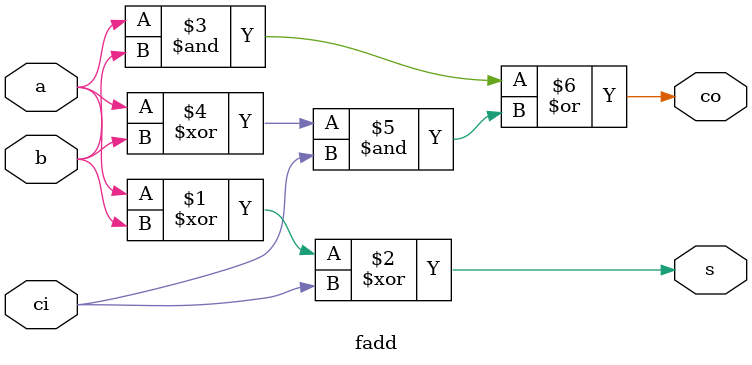
<source format=v>
`timescale 1ns / 1ps

module fadd(
    input a,
    input b,
    input ci,
    output s,
    output co
    );
assign s = (a^b)^ci;
assign co = (a&b) | ((a^b)&ci);
endmodule

</source>
